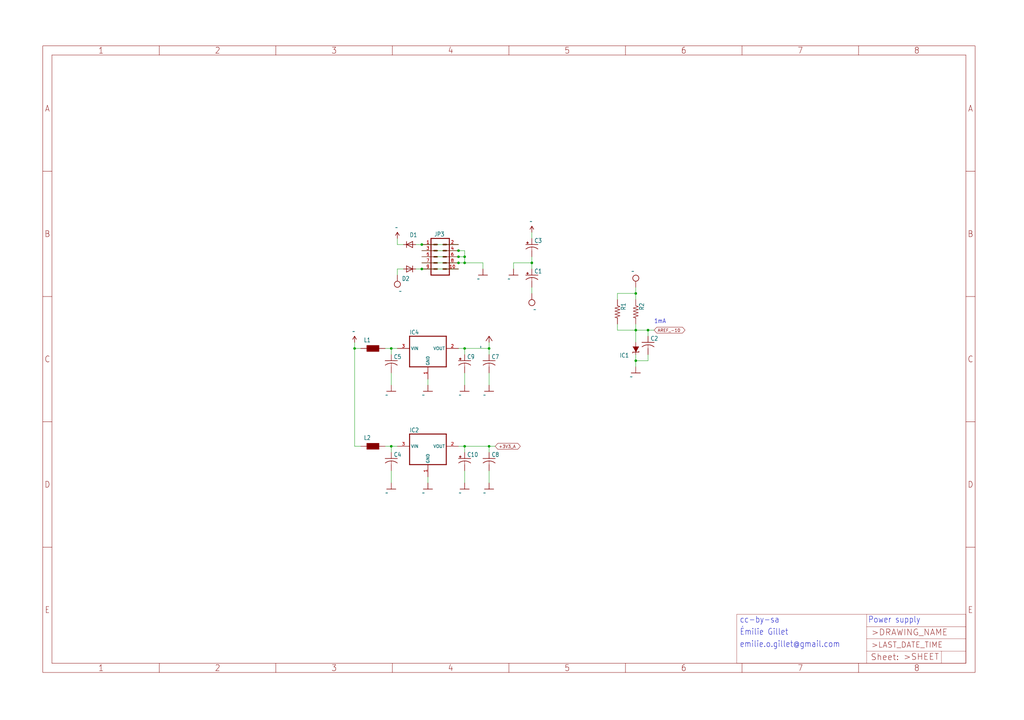
<source format=kicad_sch>
(kicad_sch (version 20211123) (generator eeschema)
  (paper "User" 425.45 299.161)
  (lib_symbols
    (symbol "elements_v02-eagle-import:+3V3" (power)
      (property "Value" "+3V3" (at -2.54 -5.08 90))
      (symbol "+3V3_1_0"
        (polyline (pts (xy 0 0) (xy -1.27 -1.905)) (stroke (width 0.254)))
        (polyline (pts (xy 1.27 -1.905) (xy 0 0)) (stroke (width 0.254)))
        (pin power_in line (at 0 -2.54 90) (length 2.54) (name "+3V3") (number "1"))
      )
    )
    (symbol "elements_v02-eagle-import:A3L-LOC"
      (symbol "A3L-LOC_0_0"
        (polyline (pts (xy 0 52.07) (xy 3.81 52.07)))
        (polyline (pts (xy 0 104.14) (xy 3.81 104.14)))
        (polyline (pts (xy 0 156.21) (xy 3.81 156.21)))
        (polyline (pts (xy 0 208.28) (xy 3.81 208.28)))
        (polyline (pts (xy 3.81 3.81) (xy 3.81 256.54)))
        (polyline (pts (xy 48.4188 0) (xy 48.4188 3.81)))
        (polyline (pts (xy 48.4188 256.54) (xy 48.4188 260.35)))
        (polyline (pts (xy 96.8375 0) (xy 96.8375 3.81)))
        (polyline (pts (xy 96.8375 256.54) (xy 96.8375 260.35)))
        (polyline (pts (xy 145.2563 0) (xy 145.2563 3.81)))
        (polyline (pts (xy 145.2563 256.54) (xy 145.2563 260.35)))
        (polyline (pts (xy 193.675 0) (xy 193.675 3.81)))
        (polyline (pts (xy 193.675 256.54) (xy 193.675 260.35)))
        (polyline (pts (xy 242.0938 0) (xy 242.0938 3.81)))
        (polyline (pts (xy 242.0938 256.54) (xy 242.0938 260.35)))
        (polyline (pts (xy 290.5125 0) (xy 290.5125 3.81)))
        (polyline (pts (xy 290.5125 256.54) (xy 290.5125 260.35)))
        (polyline (pts (xy 338.9313 0) (xy 338.9313 3.81)))
        (polyline (pts (xy 338.9313 256.54) (xy 338.9313 260.35)))
        (polyline (pts (xy 383.54 3.81) (xy 3.81 3.81)))
        (polyline (pts (xy 383.54 3.81) (xy 383.54 256.54)))
        (polyline (pts (xy 383.54 52.07) (xy 387.35 52.07)))
        (polyline (pts (xy 383.54 104.14) (xy 387.35 104.14)))
        (polyline (pts (xy 383.54 156.21) (xy 387.35 156.21)))
        (polyline (pts (xy 383.54 208.28) (xy 387.35 208.28)))
        (polyline (pts (xy 383.54 256.54) (xy 3.81 256.54)))
        (polyline (pts (xy 0 0) (xy 387.35 0) (xy 387.35 260.35) (xy 0 260.35) (xy 0 0)))
        (text "1" (at 24.2094 1.905 0) (effects (font (size 2.54 2.286))))
        (text "1" (at 24.2094 258.445 0) (effects (font (size 2.54 2.286))))
        (text "2" (at 72.6281 1.905 0) (effects (font (size 2.54 2.286))))
        (text "2" (at 72.6281 258.445 0) (effects (font (size 2.54 2.286))))
        (text "3" (at 121.0469 1.905 0) (effects (font (size 2.54 2.286))))
        (text "3" (at 121.0469 258.445 0) (effects (font (size 2.54 2.286))))
        (text "4" (at 169.4656 1.905 0) (effects (font (size 2.54 2.286))))
        (text "4" (at 169.4656 258.445 0) (effects (font (size 2.54 2.286))))
        (text "5" (at 217.8844 1.905 0) (effects (font (size 2.54 2.286))))
        (text "5" (at 217.8844 258.445 0) (effects (font (size 2.54 2.286))))
        (text "6" (at 266.3031 1.905 0) (effects (font (size 2.54 2.286))))
        (text "6" (at 266.3031 258.445 0) (effects (font (size 2.54 2.286))))
        (text "7" (at 314.7219 1.905 0) (effects (font (size 2.54 2.286))))
        (text "7" (at 314.7219 258.445 0) (effects (font (size 2.54 2.286))))
        (text "8" (at 363.1406 1.905 0) (effects (font (size 2.54 2.286))))
        (text "8" (at 363.1406 258.445 0) (effects (font (size 2.54 2.286))))
        (text "A" (at 1.905 234.315 0) (effects (font (size 2.54 2.286))))
        (text "A" (at 385.445 234.315 0) (effects (font (size 2.54 2.286))))
        (text "B" (at 1.905 182.245 0) (effects (font (size 2.54 2.286))))
        (text "B" (at 385.445 182.245 0) (effects (font (size 2.54 2.286))))
        (text "C" (at 1.905 130.175 0) (effects (font (size 2.54 2.286))))
        (text "C" (at 385.445 130.175 0) (effects (font (size 2.54 2.286))))
        (text "D" (at 1.905 78.105 0) (effects (font (size 2.54 2.286))))
        (text "D" (at 385.445 78.105 0) (effects (font (size 2.54 2.286))))
        (text "E" (at 1.905 26.035 0) (effects (font (size 2.54 2.286))))
        (text "E" (at 385.445 26.035 0) (effects (font (size 2.54 2.286))))
      )
      (symbol "A3L-LOC_1_0"
        (polyline (pts (xy 288.29 3.81) (xy 288.29 24.13)) (stroke (width 0.1016)))
        (polyline (pts (xy 288.29 3.81) (xy 342.265 3.81)) (stroke (width 0.1016)))
        (polyline (pts (xy 288.29 24.13) (xy 342.265 24.13)) (stroke (width 0.1016)))
        (polyline (pts (xy 342.265 3.81) (xy 373.38 3.81)) (stroke (width 0.1016)))
        (polyline (pts (xy 342.265 8.89) (xy 342.265 3.81)) (stroke (width 0.1016)))
        (polyline (pts (xy 342.265 8.89) (xy 342.265 13.97)) (stroke (width 0.1016)))
        (polyline (pts (xy 342.265 13.97) (xy 342.265 19.05)) (stroke (width 0.1016)))
        (polyline (pts (xy 342.265 13.97) (xy 383.54 13.97)) (stroke (width 0.1016)))
        (polyline (pts (xy 342.265 19.05) (xy 342.265 24.13)) (stroke (width 0.1016)))
        (polyline (pts (xy 342.265 19.05) (xy 383.54 19.05)) (stroke (width 0.1016)))
        (polyline (pts (xy 342.265 24.13) (xy 383.54 24.13)) (stroke (width 0.1016)))
        (polyline (pts (xy 373.38 3.81) (xy 373.38 8.89)) (stroke (width 0.1016)))
        (polyline (pts (xy 373.38 3.81) (xy 383.54 3.81)) (stroke (width 0.1016)))
        (polyline (pts (xy 373.38 8.89) (xy 342.265 8.89)) (stroke (width 0.1016)))
        (polyline (pts (xy 373.38 8.89) (xy 383.54 8.89)) (stroke (width 0.1016)))
        (polyline (pts (xy 383.54 3.81) (xy 383.54 8.89)) (stroke (width 0.1016)))
        (polyline (pts (xy 383.54 8.89) (xy 383.54 13.97)) (stroke (width 0.1016)))
        (polyline (pts (xy 383.54 13.97) (xy 383.54 19.05)) (stroke (width 0.1016)))
        (polyline (pts (xy 383.54 19.05) (xy 383.54 24.13)) (stroke (width 0.1016)))
        (text ">DRAWING_NAME" (at 344.17 15.24 0) (effects (font (size 2.54 2.54)) (justify left bottom)))
        (text ">LAST_DATE_TIME" (at 344.17 10.16 0) (effects (font (size 2.286 2.286)) (justify left bottom)))
        (text ">SHEET" (at 357.505 5.08 0) (effects (font (size 2.54 2.54)) (justify left bottom)))
        (text "Sheet:" (at 343.916 4.953 0) (effects (font (size 2.54 2.54)) (justify left bottom)))
      )
    )
    (symbol "elements_v02-eagle-import:C-USC0603"
      (property "Reference" "C" (at 1.016 0.635 0))
      (property "Value" "C-USC0603" (at 1.016 -4.191 0))
      (symbol "C-USC0603_1_0"
        (arc (start 0 -1.0161) (mid -1.302 -1.2303) (end -2.4668 -1.8504) (stroke (width 0.254)))
        (polyline (pts (xy -2.54 0) (xy 2.54 0)) (stroke (width 0.254)))
        (polyline (pts (xy 0 -1.016) (xy 0 -2.54)) (stroke (width 0.1524)))
        (arc (start 2.4892 -1.8542) (mid 1.3158 -1.2195) (end 0 -1) (stroke (width 0.254)))
        (pin passive line (at 0 2.54 270) (length 2.54) (name "1") (number "1"))
        (pin passive line (at 0 -5.08 90) (length 2.54) (name "2") (number "2"))
      )
    )
    (symbol "elements_v02-eagle-import:CPOL-USC"
      (property "Reference" "C" (at 1.016 0.635 0))
      (property "Value" "CPOL-USC" (at 1.016 -4.191 0))
      (symbol "CPOL-USC_1_0"
        (rectangle (start -2.253 0.668) (end -1.364 0.795) (fill (type outline)))
        (rectangle (start -1.872 0.287) (end -1.745 1.176) (fill (type outline)))
        (arc (start 0 -1.0161) (mid -1.3021 -1.2302) (end -2.4669 -1.8504) (stroke (width 0.254)))
        (polyline (pts (xy -2.54 0) (xy 2.54 0)) (stroke (width 0.254)))
        (polyline (pts (xy 0 -1.016) (xy 0 -2.54)) (stroke (width 0.1524)))
        (arc (start 2.4892 -1.8542) (mid 1.3158 -1.2195) (end 0 -1) (stroke (width 0.254)))
        (pin passive line (at 0 2.54 270) (length 2.54) (name "+") (number "+"))
        (pin passive line (at 0 -5.08 90) (length 2.54) (name "-") (number "-"))
      )
    )
    (symbol "elements_v02-eagle-import:DIODE-SOD123"
      (property "Reference" "D" (at 2.54 0.4826 0))
      (property "Value" "DIODE-SOD123" (at 2.54 -2.3114 0))
      (symbol "DIODE-SOD123_1_0"
        (polyline (pts (xy -1.27 -1.27) (xy 1.27 0)) (stroke (width 0.254)))
        (polyline (pts (xy -1.27 1.27) (xy -1.27 -1.27)) (stroke (width 0.254)))
        (polyline (pts (xy 1.27 0) (xy -1.27 1.27)) (stroke (width 0.254)))
        (polyline (pts (xy 1.27 0) (xy 1.27 -1.27)) (stroke (width 0.254)))
        (polyline (pts (xy 1.27 1.27) (xy 1.27 0)) (stroke (width 0.254)))
        (pin passive line (at -2.54 0 0) (length 2.54) (name "A") (number "A"))
        (pin passive line (at 2.54 0 180) (length 2.54) (name "C") (number "C"))
      )
    )
    (symbol "elements_v02-eagle-import:GND" (power)
      (property "Value" "GND" (at -2.54 -2.54 0))
      (symbol "GND_1_0"
        (polyline (pts (xy -1.905 0) (xy 1.905 0)) (stroke (width 0.254)))
        (pin power_in line (at 0 2.54 270) (length 2.54) (name "GND") (number "1"))
      )
    )
    (symbol "elements_v02-eagle-import:LM4041DBZ"
      (property "Reference" "IC" (at 2.794 1.905 0))
      (property "Value" "LM4041DBZ" (at 2.794 -0.889 0))
      (symbol "LM4041DBZ_1_0"
        (polyline (pts (xy -1.27 1.524) (xy -1.27 1.143)) (stroke (width 0.254)))
        (polyline (pts (xy 0 1.524) (xy -1.27 1.524)) (stroke (width 0.254)))
        (polyline (pts (xy 1.27 1.524) (xy 0 1.524)) (stroke (width 0.254)))
        (polyline (pts (xy 1.27 1.905) (xy 1.27 1.524)) (stroke (width 0.254)))
        (polyline (pts (xy 0 1.524) (xy -1.27 -0.762) (xy 1.27 -0.762)) (fill (type outline)))
        (pin passive line (at 0 2.54 270) (length 2.54) (name "C") (number "1"))
        (pin passive line (at 0 -2.54 90) (length 2.54) (name "A") (number "2"))
      )
    )
    (symbol "elements_v02-eagle-import:M05X2PTH"
      (property "Reference" "JP" (at -2.54 8.382 0))
      (property "Value" "M05X2PTH" (at -2.54 -10.16 0))
      (symbol "M05X2PTH_1_0"
        (polyline (pts (xy -3.81 7.62) (xy -3.81 -7.62)) (stroke (width 0.4064)))
        (polyline (pts (xy -3.81 7.62) (xy 3.81 7.62)) (stroke (width 0.4064)))
        (polyline (pts (xy -1.27 -5.08) (xy -2.54 -5.08)) (stroke (width 0.6096)))
        (polyline (pts (xy -1.27 -2.54) (xy -2.54 -2.54)) (stroke (width 0.6096)))
        (polyline (pts (xy -1.27 0) (xy -2.54 0)) (stroke (width 0.6096)))
        (polyline (pts (xy -1.27 2.54) (xy -2.54 2.54)) (stroke (width 0.6096)))
        (polyline (pts (xy -1.27 5.08) (xy -2.54 5.08)) (stroke (width 0.6096)))
        (polyline (pts (xy 1.27 -5.08) (xy 2.54 -5.08)) (stroke (width 0.6096)))
        (polyline (pts (xy 1.27 -2.54) (xy 2.54 -2.54)) (stroke (width 0.6096)))
        (polyline (pts (xy 1.27 0) (xy 2.54 0)) (stroke (width 0.6096)))
        (polyline (pts (xy 1.27 2.54) (xy 2.54 2.54)) (stroke (width 0.6096)))
        (polyline (pts (xy 1.27 5.08) (xy 2.54 5.08)) (stroke (width 0.6096)))
        (polyline (pts (xy 3.81 -7.62) (xy -3.81 -7.62)) (stroke (width 0.4064)))
        (polyline (pts (xy 3.81 -7.62) (xy 3.81 7.62)) (stroke (width 0.4064)))
        (pin passive line (at -7.62 5.08 0) (length 5.08) (name "1") (number "1"))
        (pin passive line (at 7.62 -5.08 180) (length 5.08) (name "10") (number "10"))
        (pin passive line (at 7.62 5.08 180) (length 5.08) (name "2") (number "2"))
        (pin passive line (at -7.62 2.54 0) (length 5.08) (name "3") (number "3"))
        (pin passive line (at 7.62 2.54 180) (length 5.08) (name "4") (number "4"))
        (pin passive line (at -7.62 0 0) (length 5.08) (name "5") (number "5"))
        (pin passive line (at 7.62 0 180) (length 5.08) (name "6") (number "6"))
        (pin passive line (at -7.62 -2.54 0) (length 5.08) (name "7") (number "7"))
        (pin passive line (at 7.62 -2.54 180) (length 5.08) (name "8") (number "8"))
        (pin passive line (at -7.62 -5.08 0) (length 5.08) (name "9") (number "9"))
      )
    )
    (symbol "elements_v02-eagle-import:R-US_R0603"
      (property "Reference" "R" (at -3.81 1.4986 0))
      (property "Value" "R-US_R0603" (at -3.81 -3.302 0))
      (symbol "R-US_R0603_1_0"
        (polyline (pts (xy -2.54 0) (xy -2.159 1.016)) (stroke (width 0.2032)))
        (polyline (pts (xy -2.159 1.016) (xy -1.524 -1.016)) (stroke (width 0.2032)))
        (polyline (pts (xy -1.524 -1.016) (xy -0.889 1.016)) (stroke (width 0.2032)))
        (polyline (pts (xy -0.889 1.016) (xy -0.254 -1.016)) (stroke (width 0.2032)))
        (polyline (pts (xy -0.254 -1.016) (xy 0.381 1.016)) (stroke (width 0.2032)))
        (polyline (pts (xy 0.381 1.016) (xy 1.016 -1.016)) (stroke (width 0.2032)))
        (polyline (pts (xy 1.016 -1.016) (xy 1.651 1.016)) (stroke (width 0.2032)))
        (polyline (pts (xy 1.651 1.016) (xy 2.286 -1.016)) (stroke (width 0.2032)))
        (polyline (pts (xy 2.286 -1.016) (xy 2.54 0)) (stroke (width 0.2032)))
        (pin passive line (at -5.08 0 0) (length 2.54) (name "1") (number "1"))
        (pin passive line (at 5.08 0 180) (length 2.54) (name "2") (number "2"))
      )
    )
    (symbol "elements_v02-eagle-import:REG1117"
      (property "Reference" "IC" (at -7.62 5.715 0))
      (property "Value" "REG1117" (at -5.08 2.54 0))
      (symbol "REG1117_1_0"
        (polyline (pts (xy -7.62 -7.62) (xy 7.62 -7.62)) (stroke (width 0.4064)))
        (polyline (pts (xy -7.62 5.08) (xy -7.62 -7.62)) (stroke (width 0.4064)))
        (polyline (pts (xy 7.62 -7.62) (xy 7.62 5.08)) (stroke (width 0.4064)))
        (polyline (pts (xy 7.62 5.08) (xy -7.62 5.08)) (stroke (width 0.4064)))
        (pin power_in line (at 0 -12.7 90) (length 5.08) (name "GND") (number "1"))
        (pin output line (at 12.7 0 180) (length 5.08) (name "VOUT") (number "2"))
        (pin input line (at -12.7 0 0) (length 5.08) (name "VIN") (number "3"))
      )
    )
    (symbol "elements_v02-eagle-import:VCC" (power)
      (property "Value" "VCC" (at -1.016 3.556 0))
      (symbol "VCC_1_0"
        (polyline (pts (xy 0 2.54) (xy -0.762 1.27)) (stroke (width 0.254)))
        (polyline (pts (xy 0.762 1.27) (xy 0 2.54)) (stroke (width 0.254)))
        (pin power_in line (at 0 0 90) (length 2.54) (name "VCC") (number "1"))
      )
    )
    (symbol "elements_v02-eagle-import:VEE" (power)
      (property "Value" "VEE" (at -1.905 3.175 0))
      (symbol "VEE_1_0"
        (circle (center 0 1.27) (radius 1.27) (stroke (width 0.254)))
        (pin power_in line (at 0 -2.54 90) (length 2.54) (name "VEE") (number "1"))
      )
    )
    (symbol "elements_v02-eagle-import:WE-CBF_0603"
      (property "Reference" "L" (at -3.81 5.08 0))
      (property "Value" "WE-CBF_0603" (at -3.81 -1.27 0))
      (symbol "WE-CBF_0603_1_0"
        (rectangle (start -2.54 1.27) (end 2.54 3.81) (fill (type outline)))
        (pin passive line (at -5.08 2.54 0) (length 2.54) (name "1") (number "1"))
        (pin passive line (at 5.08 2.54 180) (length 2.54) (name "2") (number "2"))
      )
    )
  )
  (junction (at 190.5 106.68))
  (junction (at 162.56 144.78))
  (junction (at 220.98 109.22))
  (junction (at 162.56 185.42))
  (junction (at 193.04 144.78))
  (junction (at 193.04 106.68))
  (junction (at 175.26 101.6))
  (junction (at 190.5 104.14))
  (junction (at 147.32 144.78))
  (junction (at 264.16 149.86))
  (junction (at 269.24 137.16))
  (junction (at 175.26 111.76))
  (junction (at 203.2 185.42))
  (junction (at 193.04 185.42))
  (junction (at 190.5 109.22))
  (junction (at 203.2 144.78))
  (junction (at 193.04 109.22))
  (junction (at 264.16 137.16))
  (junction (at 264.16 121.92))
  (wire (pts (xy 203.2 187.96) (xy 203.2 185.42)))
  (wire (pts (xy 193.04 144.78) (xy 203.2 144.78)))
  (wire (pts (xy 162.56 187.96) (xy 162.56 185.42)))
  (wire (pts (xy 147.32 185.42) (xy 147.32 144.78)))
  (wire (pts (xy 160.02 144.78) (xy 162.56 144.78)))
  (wire (pts (xy 193.04 154.94) (xy 193.04 160.02)))
  (wire (pts (xy 203.2 195.58) (xy 203.2 200.66)))
  (wire (pts (xy 177.8 198.12) (xy 177.8 200.66)))
  (wire (pts (xy 193.04 147.32) (xy 193.04 144.78)))
  (wire (pts (xy 193.04 106.68) (xy 193.04 109.22)))
  (wire (pts (xy 193.04 109.22) (xy 200.66 109.22)))
  (wire (pts (xy 147.32 142.24) (xy 147.32 144.78)))
  (wire (pts (xy 264.16 137.16) (xy 264.16 134.62)))
  (wire (pts (xy 190.5 106.68) (xy 175.26 106.68)))
  (wire (pts (xy 203.2 154.94) (xy 203.2 160.02)))
  (wire (pts (xy 190.5 109.22) (xy 193.04 109.22)))
  (wire (pts (xy 193.04 195.58) (xy 193.04 200.66)))
  (wire (pts (xy 205.74 185.42) (xy 203.2 185.42)))
  (wire (pts (xy 256.54 134.62) (xy 256.54 137.16)))
  (wire (pts (xy 175.26 101.6) (xy 190.5 101.6)))
  (wire (pts (xy 193.04 106.68) (xy 190.5 106.68)))
  (wire (pts (xy 193.04 187.96) (xy 193.04 185.42)))
  (wire (pts (xy 220.98 109.22) (xy 213.36 109.22)))
  (wire (pts (xy 203.2 144.78) (xy 203.2 142.24)))
  (wire (pts (xy 175.26 104.14) (xy 190.5 104.14)))
  (wire (pts (xy 256.54 121.92) (xy 264.16 121.92)))
  (wire (pts (xy 162.56 147.32) (xy 162.56 144.78)))
  (wire (pts (xy 264.16 149.86) (xy 269.24 149.86)))
  (wire (pts (xy 147.32 144.78) (xy 149.86 144.78)))
  (wire (pts (xy 162.56 195.58) (xy 162.56 200.66)))
  (wire (pts (xy 220.98 99.06) (xy 220.98 96.52)))
  (wire (pts (xy 220.98 109.22) (xy 220.98 111.76)))
  (wire (pts (xy 165.1 101.6) (xy 165.1 99.06)))
  (wire (pts (xy 162.56 185.42) (xy 165.1 185.42)))
  (wire (pts (xy 190.5 185.42) (xy 193.04 185.42)))
  (wire (pts (xy 220.98 106.68) (xy 220.98 109.22)))
  (wire (pts (xy 193.04 104.14) (xy 193.04 106.68)))
  (wire (pts (xy 177.8 157.48) (xy 177.8 160.02)))
  (wire (pts (xy 264.16 124.46) (xy 264.16 121.92)))
  (wire (pts (xy 264.16 142.24) (xy 264.16 137.16)))
  (wire (pts (xy 165.1 111.76) (xy 165.1 114.3)))
  (wire (pts (xy 264.16 147.32) (xy 264.16 149.86)))
  (wire (pts (xy 256.54 137.16) (xy 264.16 137.16)))
  (wire (pts (xy 264.16 149.86) (xy 264.16 152.4)))
  (wire (pts (xy 269.24 137.16) (xy 264.16 137.16)))
  (wire (pts (xy 175.26 111.76) (xy 190.5 111.76)))
  (wire (pts (xy 172.72 111.76) (xy 175.26 111.76)))
  (wire (pts (xy 200.66 109.22) (xy 200.66 111.76)))
  (wire (pts (xy 264.16 121.92) (xy 264.16 119.38)))
  (wire (pts (xy 162.56 144.78) (xy 165.1 144.78)))
  (wire (pts (xy 162.56 154.94) (xy 162.56 160.02)))
  (wire (pts (xy 269.24 137.16) (xy 269.24 139.7)))
  (wire (pts (xy 220.98 119.38) (xy 220.98 121.92)))
  (wire (pts (xy 165.1 101.6) (xy 167.64 101.6)))
  (wire (pts (xy 190.5 104.14) (xy 193.04 104.14)))
  (wire (pts (xy 175.26 109.22) (xy 190.5 109.22)))
  (wire (pts (xy 193.04 185.42) (xy 203.2 185.42)))
  (wire (pts (xy 172.72 101.6) (xy 175.26 101.6)))
  (wire (pts (xy 203.2 144.78) (xy 203.2 147.32)))
  (wire (pts (xy 256.54 124.46) (xy 256.54 121.92)))
  (wire (pts (xy 149.86 185.42) (xy 147.32 185.42)))
  (wire (pts (xy 160.02 185.42) (xy 162.56 185.42)))
  (wire (pts (xy 269.24 137.16) (xy 271.78 137.16)))
  (wire (pts (xy 190.5 144.78) (xy 193.04 144.78)))
  (wire (pts (xy 213.36 109.22) (xy 213.36 111.76)))
  (wire (pts (xy 269.24 147.32) (xy 269.24 149.86)))
  (wire (pts (xy 165.1 111.76) (xy 167.64 111.76)))
  (text "Power supply" (at 360.68 259.08 180) (effects (font (size 2.54 2.159)) (justify left bottom)))
  (text "1mA" (at 271.78 134.62 180) (effects (font (size 1.778 1.5113)) (justify left bottom)))
  (text "cc-by-sa" (at 307.34 259.08 180) (effects (font (size 2.54 2.159)) (justify left bottom)))
  (text "emilie.o.gillet@gmail.com" (at 307.34 269.24 180) (effects (font (size 2.54 2.159)) (justify left bottom)))
  (text "Émilie Gillet" (at 307.34 264.16 180) (effects (font (size 2.54 2.159)) (justify left bottom)))
  (global_label "AREF_-10" (shape bidirectional) (at 271.78 137.16 0) (effects (font (size 1.2446 1.2446))) (property "Intersheet References" "${INTERSHEET_REFS}" (effects hide)))
  (global_label "+3V3_A" (shape bidirectional) (at 205.74 185.42 0) (effects (font (size 1.2446 1.2446))) (property "Intersheet References" "${INTERSHEET_REFS}" (effects hide)))
  (symbol (lib_id "elements_v02-eagle-import:GND") (at 264.16 154.94 0) (unit 1)
    (property "Reference" "#GND69" (effects hide))
  )
  (symbol (lib_id "elements_v02-eagle-import:M05X2PTH") (at 182.88 106.68 0) (unit 1)
    (property "Reference" "JP3" (at 180.34 98.298 0) (effects (font (size 1.778 1.5113)) (justify left bottom)))
  )
  (symbol (lib_id "elements_v02-eagle-import:VEE") (at 264.16 116.84 0) (unit 1)
    (property "Reference" "#SUPPLY1" (effects hide))
  )
  (symbol (lib_id "elements_v02-eagle-import:GND") (at 162.56 162.56 0) (unit 1)
    (property "Reference" "#GND105" (effects hide))
  )
  (symbol (lib_id "elements_v02-eagle-import:DIODE-SOD123") (at 170.18 111.76 0) (unit 1)
    (property "Reference" "D2" (at 170.18 114.7826 0) (effects (font (size 1.778 1.5113)) (justify right top)))
  )
  (symbol (lib_id "elements_v02-eagle-import:LM4041DBZ") (at 264.16 144.78 180) (unit 1)
    (property "Reference" "IC1" (at 261.366 146.685 0) (effects (font (size 1.778 1.5113)) (justify left bottom)))
  )
  (symbol (lib_id "elements_v02-eagle-import:A3L-LOC") (at 17.78 279.4 0) (unit 1)
    (property "Reference" "#FRAME2" (effects hide))
  )
  (symbol (lib_id "elements_v02-eagle-import:C-USC0603") (at 269.24 142.24 0) (unit 1)
    (property "Reference" "C2" (at 270.256 141.605 0) (effects (font (size 1.778 1.5113)) (justify left bottom)))
  )
  (symbol (lib_id "elements_v02-eagle-import:VEE") (at 220.98 124.46 180) (unit 1)
    (property "Reference" "#SUPPLY3" (effects hide))
  )
  (symbol (lib_id "elements_v02-eagle-import:C-USC0603") (at 203.2 190.5 0) (unit 1)
    (property "Reference" "C8" (at 204.216 189.865 0) (effects (font (size 1.778 1.5113)) (justify left bottom)))
  )
  (symbol (lib_id "elements_v02-eagle-import:GND") (at 203.2 162.56 0) (unit 1)
    (property "Reference" "#GND36" (effects hide))
  )
  (symbol (lib_id "elements_v02-eagle-import:GND") (at 213.36 114.3 0) (unit 1)
    (property "Reference" "#GND24" (effects hide))
  )
  (symbol (lib_id "elements_v02-eagle-import:R-US_R0603") (at 256.54 129.54 270) (unit 1)
    (property "Reference" "R1" (at 258.0386 125.73 0) (effects (font (size 1.778 1.5113)) (justify left bottom)))
  )
  (symbol (lib_id "elements_v02-eagle-import:GND") (at 193.04 162.56 0) (unit 1)
    (property "Reference" "#GND35" (effects hide))
  )
  (symbol (lib_id "elements_v02-eagle-import:CPOL-USC") (at 220.98 101.6 0) (unit 1)
    (property "Reference" "C3" (at 221.996 100.965 0) (effects (font (size 1.778 1.5113)) (justify left bottom)))
  )
  (symbol (lib_id "elements_v02-eagle-import:R-US_R0603") (at 264.16 129.54 270) (unit 1)
    (property "Reference" "R2" (at 265.6586 125.73 0) (effects (font (size 1.778 1.5113)) (justify left bottom)))
  )
  (symbol (lib_id "elements_v02-eagle-import:C-USC0603") (at 162.56 149.86 0) (unit 1)
    (property "Reference" "C5" (at 163.576 149.225 0) (effects (font (size 1.778 1.5113)) (justify left bottom)))
  )
  (symbol (lib_id "elements_v02-eagle-import:C-USC0603") (at 203.2 149.86 0) (unit 1)
    (property "Reference" "C7" (at 204.216 149.225 0) (effects (font (size 1.778 1.5113)) (justify left bottom)))
  )
  (symbol (lib_id "elements_v02-eagle-import:GND") (at 177.8 162.56 0) (unit 1)
    (property "Reference" "#GND34" (effects hide))
  )
  (symbol (lib_id "elements_v02-eagle-import:GND") (at 193.04 203.2 0) (unit 1)
    (property "Reference" "#GND70" (effects hide))
  )
  (symbol (lib_id "elements_v02-eagle-import:VCC") (at 165.1 99.06 0) (unit 1)
    (property "Reference" "#P+2" (effects hide))
  )
  (symbol (lib_id "elements_v02-eagle-import:REG1117") (at 177.8 185.42 0) (unit 1)
    (property "Reference" "IC2" (at 170.18 179.705 0) (effects (font (size 1.778 1.5113)) (justify left bottom)))
  )
  (symbol (lib_id "elements_v02-eagle-import:CPOL-USC") (at 193.04 190.5 0) (unit 1)
    (property "Reference" "C10" (at 194.056 189.865 0) (effects (font (size 1.778 1.5113)) (justify left bottom)))
  )
  (symbol (lib_id "elements_v02-eagle-import:CPOL-USC") (at 193.04 149.86 0) (unit 1)
    (property "Reference" "C9" (at 194.056 149.225 0) (effects (font (size 1.778 1.5113)) (justify left bottom)))
  )
  (symbol (lib_id "elements_v02-eagle-import:WE-CBF_0603") (at 154.94 187.96 0) (unit 1)
    (property "Reference" "L2" (at 151.13 182.88 0) (effects (font (size 1.778 1.5113)) (justify left bottom)))
  )
  (symbol (lib_id "elements_v02-eagle-import:GND") (at 200.66 114.3 0) (unit 1)
    (property "Reference" "#GND4" (effects hide))
  )
  (symbol (lib_id "elements_v02-eagle-import:+3V3") (at 203.2 139.7 0) (unit 1)
    (property "Reference" "#+3V1" (effects hide))
  )
  (symbol (lib_id "elements_v02-eagle-import:VCC") (at 147.32 142.24 0) (unit 1)
    (property "Reference" "#P+8" (effects hide))
  )
  (symbol (lib_id "elements_v02-eagle-import:VCC") (at 220.98 96.52 0) (unit 1)
    (property "Reference" "#P+3" (effects hide))
  )
  (symbol (lib_id "elements_v02-eagle-import:GND") (at 177.8 203.2 0) (unit 1)
    (property "Reference" "#GND68" (effects hide))
  )
  (symbol (lib_id "elements_v02-eagle-import:CPOL-USC") (at 220.98 114.3 0) (unit 1)
    (property "Reference" "C1" (at 221.996 113.665 0) (effects (font (size 1.778 1.5113)) (justify left bottom)))
  )
  (symbol (lib_id "elements_v02-eagle-import:GND") (at 162.56 203.2 0) (unit 1)
    (property "Reference" "#GND106" (effects hide))
  )
  (symbol (lib_id "elements_v02-eagle-import:REG1117") (at 177.8 144.78 0) (unit 1)
    (property "Reference" "IC4" (at 170.18 139.065 0) (effects (font (size 1.778 1.5113)) (justify left bottom)))
  )
  (symbol (lib_id "elements_v02-eagle-import:C-USC0603") (at 162.56 190.5 0) (unit 1)
    (property "Reference" "C4" (at 163.576 189.865 0) (effects (font (size 1.778 1.5113)) (justify left bottom)))
  )
  (symbol (lib_id "elements_v02-eagle-import:GND") (at 203.2 203.2 0) (unit 1)
    (property "Reference" "#GND71" (effects hide))
  )
  (symbol (lib_id "elements_v02-eagle-import:WE-CBF_0603") (at 154.94 147.32 0) (unit 1)
    (property "Reference" "L1" (at 151.13 142.24 0) (effects (font (size 1.778 1.5113)) (justify left bottom)))
  )
  (symbol (lib_id "elements_v02-eagle-import:DIODE-SOD123") (at 170.18 101.6 180) (unit 1)
    (property "Reference" "D1" (at 170.18 98.5774 0) (effects (font (size 1.778 1.5113)) (justify right top)))
  )
  (symbol (lib_id "elements_v02-eagle-import:VEE") (at 165.1 116.84 180) (unit 1)
    (property "Reference" "#SUPPLY2" (effects hide))
  )
)
</source>
